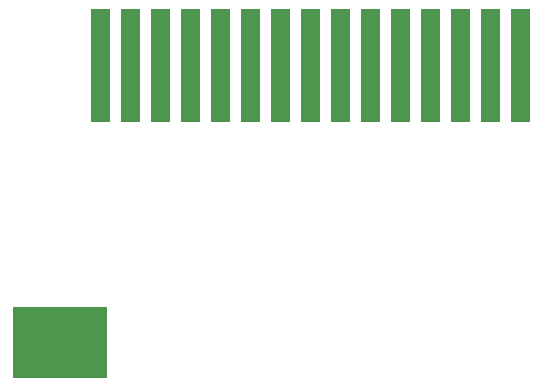
<source format=gbr>
G04 start of page 11 for group -4014 idx -4014 *
G04 Title: (unknown), bottompaste *
G04 Creator: pcb v4.1.3-ge2c36c29 *
G04 CreationDate: Mon Jan  1 13:57:32 2024 UTC *
G04 For: p *
G04 Format: Gerber/RS-274X *
G04 PCB-Dimensions (mm): 152.40 127.00 *
G04 PCB-Coordinate-Origin: lower left *
%MOMM*%
%FSLAX43Y43*%
%LNBOTTOMPASTE*%
%ADD67C,0.002*%
G54D67*G36*
X59853Y125962D02*X58234D01*
Y116405D01*
X59853D01*
Y125962D01*
G37*
G36*
X62393D02*X60774D01*
Y116405D01*
X62393D01*
Y125962D01*
G37*
G36*
X64933D02*X63314D01*
Y116405D01*
X64933D01*
Y125962D01*
G37*
G36*
X67473D02*X65854D01*
Y116405D01*
X67473D01*
Y125962D01*
G37*
G36*
X70013D02*X68394D01*
Y116405D01*
X70013D01*
Y125962D01*
G37*
G36*
X72553D02*X70934D01*
Y116405D01*
X72553D01*
Y125962D01*
G37*
G36*
X75093D02*X73474D01*
Y116405D01*
X75093D01*
Y125962D01*
G37*
G36*
X77633D02*X76014D01*
Y116405D01*
X77633D01*
Y125962D01*
G37*
G36*
X80173D02*X78554D01*
Y116405D01*
X80173D01*
Y125962D01*
G37*
G36*
X82713D02*X81094D01*
Y116405D01*
X82713D01*
Y125962D01*
G37*
G36*
X85253D02*X83634D01*
Y116405D01*
X85253D01*
Y125962D01*
G37*
G36*
X87793D02*X86174D01*
Y116405D01*
X87793D01*
Y125962D01*
G37*
G36*
X90333D02*X88714D01*
Y116405D01*
X90333D01*
Y125962D01*
G37*
G36*
X92873D02*X91254D01*
Y116405D01*
X92873D01*
Y125962D01*
G37*
G36*
X95413D02*X93794D01*
Y116405D01*
X95413D01*
Y125962D01*
G37*
G36*
X51640Y100722D02*Y94722D01*
X59640D01*
Y100722D01*
X51640D01*
G37*
M02*

</source>
